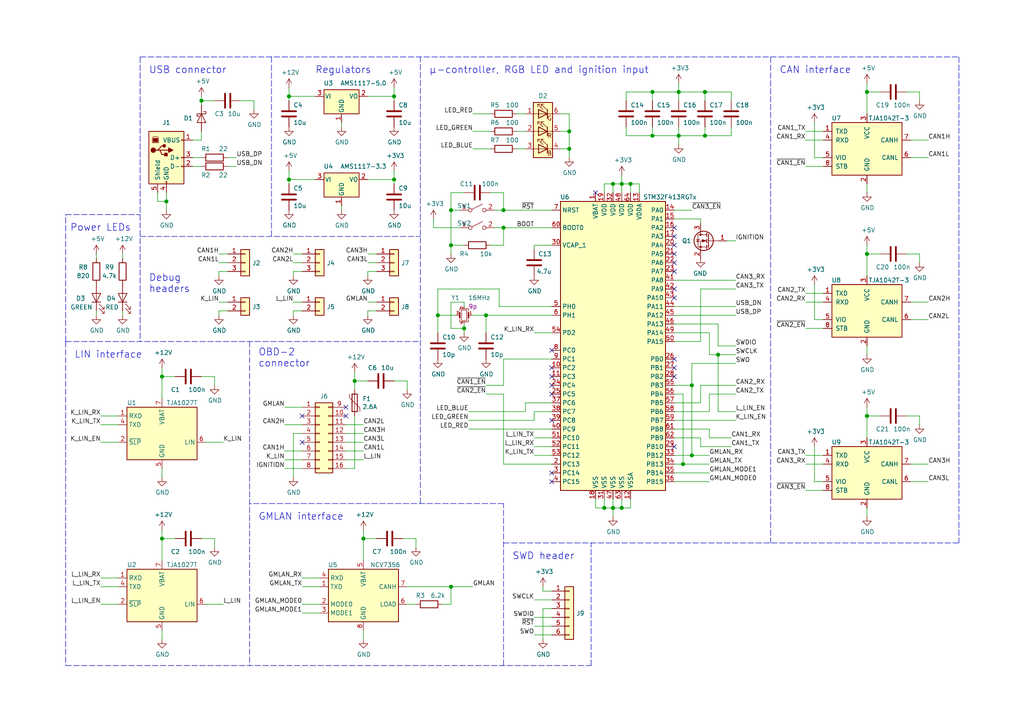
<source format=kicad_sch>
(kicad_sch (version 20210406) (generator eeschema)
  (paper "A4")
  (junction (at 46.99 109.22) (diameter 1.016))
  (junction (at 46.99 156.21) (diameter 1.016))
  (junction (at 48.26 58.42) (diameter 1.016))
  (junction (at 58.42 29.21) (diameter 1.016))
  (junction (at 83.82 27.94) (diameter 1.016))
  (junction (at 83.82 52.07) (diameter 1.016))
  (junction (at 102.87 110.49) (diameter 1.016))
  (junction (at 105.41 156.21) (diameter 1.016))
  (junction (at 114.3 27.94) (diameter 1.016))
  (junction (at 114.3 52.07) (diameter 1.016))
  (junction (at 127 91.44) (diameter 1.016))
  (junction (at 130.81 60.96) (diameter 1.016))
  (junction (at 130.81 71.12) (diameter 1.016))
  (junction (at 130.81 170.18) (diameter 1.016))
  (junction (at 134.62 95.25) (diameter 1.016))
  (junction (at 140.97 91.44) (diameter 1.016))
  (junction (at 146.05 60.96) (diameter 1.016))
  (junction (at 146.05 66.04) (diameter 1.016))
  (junction (at 165.1 38.1) (diameter 1.016))
  (junction (at 165.1 43.18) (diameter 1.016))
  (junction (at 175.26 147.32) (diameter 1.016))
  (junction (at 177.8 53.34) (diameter 1.016))
  (junction (at 177.8 147.32) (diameter 1.016))
  (junction (at 180.34 53.34) (diameter 1.016))
  (junction (at 180.34 147.32) (diameter 1.016))
  (junction (at 182.88 53.34) (diameter 1.016))
  (junction (at 189.23 26.67) (diameter 1.016))
  (junction (at 189.23 39.37) (diameter 1.016))
  (junction (at 196.85 26.67) (diameter 1.016))
  (junction (at 196.85 39.37) (diameter 1.016))
  (junction (at 198.12 134.62) (diameter 1.016))
  (junction (at 200.66 111.76) (diameter 1.016))
  (junction (at 200.66 132.08) (diameter 1.016))
  (junction (at 204.47 26.67) (diameter 1.016))
  (junction (at 204.47 39.37) (diameter 1.016))
  (junction (at 208.28 102.87) (diameter 1.016))
  (junction (at 251.46 26.67) (diameter 1.016))
  (junction (at 251.46 73.66) (diameter 1.016))
  (junction (at 251.46 120.65) (diameter 1.016))
  (no_connect (at 87.63 120.65))
  (no_connect (at 87.63 128.27))
  (no_connect (at 100.33 118.11))
  (no_connect (at 100.33 120.65))
  (no_connect (at 160.02 101.6))
  (no_connect (at 160.02 106.68))
  (no_connect (at 160.02 109.22))
  (no_connect (at 160.02 111.76))
  (no_connect (at 160.02 114.3))
  (no_connect (at 160.02 121.92))
  (no_connect (at 160.02 137.16))
  (no_connect (at 160.02 139.7))
  (no_connect (at 172.72 55.88))
  (no_connect (at 195.58 66.04))
  (no_connect (at 195.58 68.58))
  (no_connect (at 195.58 71.12))
  (no_connect (at 195.58 73.66))
  (no_connect (at 195.58 76.2))
  (no_connect (at 195.58 78.74))
  (no_connect (at 195.58 83.82))
  (no_connect (at 195.58 86.36))
  (no_connect (at 195.58 104.14))
  (no_connect (at 195.58 106.68))
  (no_connect (at 195.58 109.22))
  (no_connect (at 195.58 129.54))
  (wire (pts (xy 27.94 73.66) (xy 27.94 74.93)))
  (wire (pts (xy 27.94 90.17) (xy 27.94 91.44)))
  (wire (pts (xy 34.29 120.65) (xy 29.21 120.65)))
  (wire (pts (xy 34.29 123.19) (xy 29.21 123.19)))
  (wire (pts (xy 34.29 128.27) (xy 29.21 128.27)))
  (wire (pts (xy 34.29 167.64) (xy 29.21 167.64)))
  (wire (pts (xy 34.29 170.18) (xy 29.21 170.18)))
  (wire (pts (xy 34.29 175.26) (xy 29.21 175.26)))
  (wire (pts (xy 35.56 73.66) (xy 35.56 74.93)))
  (wire (pts (xy 35.56 90.17) (xy 35.56 91.44)))
  (wire (pts (xy 45.72 55.88) (xy 45.72 58.42)))
  (wire (pts (xy 45.72 58.42) (xy 48.26 58.42)))
  (wire (pts (xy 46.99 106.68) (xy 46.99 109.22)))
  (wire (pts (xy 46.99 109.22) (xy 46.99 115.57)))
  (wire (pts (xy 46.99 109.22) (xy 50.8 109.22)))
  (wire (pts (xy 46.99 138.43) (xy 46.99 135.89)))
  (wire (pts (xy 46.99 153.67) (xy 46.99 156.21)))
  (wire (pts (xy 46.99 156.21) (xy 46.99 162.56)))
  (wire (pts (xy 46.99 156.21) (xy 50.8 156.21)))
  (wire (pts (xy 46.99 185.42) (xy 46.99 182.88)))
  (wire (pts (xy 48.26 58.42) (xy 48.26 55.88)))
  (wire (pts (xy 48.26 58.42) (xy 48.26 60.96)))
  (wire (pts (xy 55.88 40.64) (xy 58.42 40.64)))
  (wire (pts (xy 55.88 45.72) (xy 58.42 45.72)))
  (wire (pts (xy 58.42 27.94) (xy 58.42 29.21)))
  (wire (pts (xy 58.42 29.21) (xy 58.42 30.48)))
  (wire (pts (xy 58.42 38.1) (xy 58.42 40.64)))
  (wire (pts (xy 58.42 48.26) (xy 55.88 48.26)))
  (wire (pts (xy 58.42 109.22) (xy 62.23 109.22)))
  (wire (pts (xy 58.42 156.21) (xy 62.23 156.21)))
  (wire (pts (xy 59.69 128.27) (xy 64.77 128.27)))
  (wire (pts (xy 59.69 175.26) (xy 64.77 175.26)))
  (wire (pts (xy 62.23 29.21) (xy 58.42 29.21)))
  (wire (pts (xy 62.23 109.22) (xy 62.23 111.76)))
  (wire (pts (xy 62.23 156.21) (xy 62.23 158.75)))
  (wire (pts (xy 63.5 76.2) (xy 66.04 76.2)))
  (wire (pts (xy 63.5 78.74) (xy 63.5 80.01)))
  (wire (pts (xy 63.5 90.17) (xy 63.5 91.44)))
  (wire (pts (xy 66.04 48.26) (xy 68.58 48.26)))
  (wire (pts (xy 66.04 73.66) (xy 63.5 73.66)))
  (wire (pts (xy 66.04 78.74) (xy 63.5 78.74)))
  (wire (pts (xy 66.04 87.63) (xy 63.5 87.63)))
  (wire (pts (xy 66.04 90.17) (xy 63.5 90.17)))
  (wire (pts (xy 68.58 45.72) (xy 66.04 45.72)))
  (wire (pts (xy 69.85 29.21) (xy 73.66 29.21)))
  (wire (pts (xy 73.66 29.21) (xy 73.66 31.75)))
  (wire (pts (xy 82.55 118.11) (xy 87.63 118.11)))
  (wire (pts (xy 82.55 123.19) (xy 87.63 123.19)))
  (wire (pts (xy 82.55 130.81) (xy 87.63 130.81)))
  (wire (pts (xy 82.55 133.35) (xy 87.63 133.35)))
  (wire (pts (xy 82.55 135.89) (xy 87.63 135.89)))
  (wire (pts (xy 83.82 27.94) (xy 83.82 25.4)))
  (wire (pts (xy 83.82 29.21) (xy 83.82 27.94)))
  (wire (pts (xy 83.82 49.53) (xy 83.82 52.07)))
  (wire (pts (xy 83.82 52.07) (xy 83.82 53.34)))
  (wire (pts (xy 85.09 76.2) (xy 87.63 76.2)))
  (wire (pts (xy 85.09 78.74) (xy 85.09 80.01)))
  (wire (pts (xy 85.09 90.17) (xy 85.09 91.44)))
  (wire (pts (xy 85.09 125.73) (xy 85.09 138.43)))
  (wire (pts (xy 87.63 73.66) (xy 85.09 73.66)))
  (wire (pts (xy 87.63 78.74) (xy 85.09 78.74)))
  (wire (pts (xy 87.63 87.63) (xy 85.09 87.63)))
  (wire (pts (xy 87.63 90.17) (xy 85.09 90.17)))
  (wire (pts (xy 87.63 125.73) (xy 85.09 125.73)))
  (wire (pts (xy 87.63 167.64) (xy 92.71 167.64)))
  (wire (pts (xy 87.63 175.26) (xy 92.71 175.26)))
  (wire (pts (xy 87.63 177.8) (xy 92.71 177.8)))
  (wire (pts (xy 91.44 27.94) (xy 83.82 27.94)))
  (wire (pts (xy 91.44 52.07) (xy 83.82 52.07)))
  (wire (pts (xy 92.71 170.18) (xy 87.63 170.18)))
  (wire (pts (xy 99.06 36.83) (xy 99.06 35.56)))
  (wire (pts (xy 99.06 60.96) (xy 99.06 59.69)))
  (wire (pts (xy 100.33 123.19) (xy 105.41 123.19)))
  (wire (pts (xy 100.33 125.73) (xy 105.41 125.73)))
  (wire (pts (xy 100.33 128.27) (xy 105.41 128.27)))
  (wire (pts (xy 100.33 130.81) (xy 105.41 130.81)))
  (wire (pts (xy 100.33 133.35) (xy 105.41 133.35)))
  (wire (pts (xy 102.87 107.95) (xy 102.87 110.49)))
  (wire (pts (xy 102.87 110.49) (xy 102.87 113.03)))
  (wire (pts (xy 102.87 120.65) (xy 102.87 135.89)))
  (wire (pts (xy 102.87 135.89) (xy 100.33 135.89)))
  (wire (pts (xy 105.41 153.67) (xy 105.41 156.21)))
  (wire (pts (xy 105.41 156.21) (xy 105.41 162.56)))
  (wire (pts (xy 105.41 156.21) (xy 109.22 156.21)))
  (wire (pts (xy 105.41 185.42) (xy 105.41 182.88)))
  (wire (pts (xy 106.68 27.94) (xy 114.3 27.94)))
  (wire (pts (xy 106.68 52.07) (xy 114.3 52.07)))
  (wire (pts (xy 106.68 76.2) (xy 109.22 76.2)))
  (wire (pts (xy 106.68 78.74) (xy 106.68 80.01)))
  (wire (pts (xy 106.68 90.17) (xy 106.68 91.44)))
  (wire (pts (xy 106.68 110.49) (xy 102.87 110.49)))
  (wire (pts (xy 109.22 73.66) (xy 106.68 73.66)))
  (wire (pts (xy 109.22 78.74) (xy 106.68 78.74)))
  (wire (pts (xy 109.22 87.63) (xy 106.68 87.63)))
  (wire (pts (xy 109.22 90.17) (xy 106.68 90.17)))
  (wire (pts (xy 114.3 27.94) (xy 114.3 25.4)))
  (wire (pts (xy 114.3 29.21) (xy 114.3 27.94)))
  (wire (pts (xy 114.3 52.07) (xy 114.3 49.53)))
  (wire (pts (xy 114.3 53.34) (xy 114.3 52.07)))
  (wire (pts (xy 114.3 110.49) (xy 118.11 110.49)))
  (wire (pts (xy 116.84 156.21) (xy 120.65 156.21)))
  (wire (pts (xy 118.11 110.49) (xy 118.11 113.03)))
  (wire (pts (xy 120.65 156.21) (xy 120.65 158.75)))
  (wire (pts (xy 120.65 175.26) (xy 118.11 175.26)))
  (wire (pts (xy 125.73 66.04) (xy 125.73 63.5)))
  (wire (pts (xy 125.73 66.04) (xy 133.35 66.04)))
  (wire (pts (xy 127 83.82) (xy 127 91.44)))
  (wire (pts (xy 127 83.82) (xy 144.78 83.82)))
  (wire (pts (xy 127 91.44) (xy 127 96.52)))
  (wire (pts (xy 127 91.44) (xy 132.08 91.44)))
  (wire (pts (xy 128.27 175.26) (xy 130.81 175.26)))
  (wire (pts (xy 130.81 55.88) (xy 130.81 60.96)))
  (wire (pts (xy 130.81 55.88) (xy 134.62 55.88)))
  (wire (pts (xy 130.81 60.96) (xy 130.81 71.12)))
  (wire (pts (xy 130.81 71.12) (xy 130.81 73.66)))
  (wire (pts (xy 130.81 71.12) (xy 134.62 71.12)))
  (wire (pts (xy 130.81 87.63) (xy 130.81 95.25)))
  (wire (pts (xy 130.81 95.25) (xy 134.62 95.25)))
  (wire (pts (xy 130.81 170.18) (xy 118.11 170.18)))
  (wire (pts (xy 130.81 170.18) (xy 137.16 170.18)))
  (wire (pts (xy 130.81 175.26) (xy 130.81 170.18)))
  (wire (pts (xy 133.35 60.96) (xy 130.81 60.96)))
  (wire (pts (xy 134.62 87.63) (xy 130.81 87.63)))
  (wire (pts (xy 134.62 88.9) (xy 134.62 87.63)))
  (wire (pts (xy 134.62 93.98) (xy 134.62 95.25)))
  (wire (pts (xy 134.62 95.25) (xy 134.62 96.52)))
  (wire (pts (xy 135.89 119.38) (xy 152.4 119.38)))
  (wire (pts (xy 135.89 121.92) (xy 154.94 121.92)))
  (wire (pts (xy 135.89 124.46) (xy 160.02 124.46)))
  (wire (pts (xy 137.16 91.44) (xy 140.97 91.44)))
  (wire (pts (xy 140.97 91.44) (xy 160.02 91.44)))
  (wire (pts (xy 140.97 96.52) (xy 140.97 91.44)))
  (wire (pts (xy 140.97 111.76) (xy 146.05 111.76)))
  (wire (pts (xy 142.24 33.02) (xy 137.16 33.02)))
  (wire (pts (xy 142.24 38.1) (xy 137.16 38.1)))
  (wire (pts (xy 142.24 43.18) (xy 137.16 43.18)))
  (wire (pts (xy 142.24 55.88) (xy 146.05 55.88)))
  (wire (pts (xy 142.24 71.12) (xy 146.05 71.12)))
  (wire (pts (xy 143.51 60.96) (xy 146.05 60.96)))
  (wire (pts (xy 143.51 66.04) (xy 146.05 66.04)))
  (wire (pts (xy 144.78 88.9) (xy 144.78 83.82)))
  (wire (pts (xy 146.05 55.88) (xy 146.05 60.96)))
  (wire (pts (xy 146.05 60.96) (xy 160.02 60.96)))
  (wire (pts (xy 146.05 66.04) (xy 160.02 66.04)))
  (wire (pts (xy 146.05 71.12) (xy 146.05 66.04)))
  (wire (pts (xy 146.05 104.14) (xy 160.02 104.14)))
  (wire (pts (xy 146.05 111.76) (xy 146.05 104.14)))
  (wire (pts (xy 146.05 114.3) (xy 140.97 114.3)))
  (wire (pts (xy 146.05 134.62) (xy 146.05 114.3)))
  (wire (pts (xy 146.05 134.62) (xy 160.02 134.62)))
  (wire (pts (xy 149.86 33.02) (xy 152.4 33.02)))
  (wire (pts (xy 149.86 43.18) (xy 152.4 43.18)))
  (wire (pts (xy 152.4 38.1) (xy 149.86 38.1)))
  (wire (pts (xy 152.4 116.84) (xy 152.4 119.38)))
  (wire (pts (xy 152.4 116.84) (xy 160.02 116.84)))
  (wire (pts (xy 154.94 71.12) (xy 160.02 71.12)))
  (wire (pts (xy 154.94 72.39) (xy 154.94 71.12)))
  (wire (pts (xy 154.94 119.38) (xy 154.94 121.92)))
  (wire (pts (xy 154.94 119.38) (xy 160.02 119.38)))
  (wire (pts (xy 154.94 127) (xy 160.02 127)))
  (wire (pts (xy 154.94 132.08) (xy 160.02 132.08)))
  (wire (pts (xy 157.48 171.45) (xy 157.48 170.18)))
  (wire (pts (xy 157.48 171.45) (xy 160.02 171.45)))
  (wire (pts (xy 157.48 176.53) (xy 157.48 185.42)))
  (wire (pts (xy 160.02 88.9) (xy 144.78 88.9)))
  (wire (pts (xy 160.02 96.52) (xy 154.94 96.52)))
  (wire (pts (xy 160.02 129.54) (xy 154.94 129.54)))
  (wire (pts (xy 160.02 173.99) (xy 154.94 173.99)))
  (wire (pts (xy 160.02 176.53) (xy 157.48 176.53)))
  (wire (pts (xy 160.02 179.07) (xy 154.94 179.07)))
  (wire (pts (xy 160.02 181.61) (xy 154.94 181.61)))
  (wire (pts (xy 160.02 184.15) (xy 154.94 184.15)))
  (wire (pts (xy 162.56 33.02) (xy 165.1 33.02)))
  (wire (pts (xy 162.56 38.1) (xy 165.1 38.1)))
  (wire (pts (xy 162.56 43.18) (xy 165.1 43.18)))
  (wire (pts (xy 165.1 33.02) (xy 165.1 38.1)))
  (wire (pts (xy 165.1 38.1) (xy 165.1 43.18)))
  (wire (pts (xy 165.1 43.18) (xy 165.1 45.72)))
  (wire (pts (xy 172.72 144.78) (xy 172.72 147.32)))
  (wire (pts (xy 172.72 147.32) (xy 175.26 147.32)))
  (wire (pts (xy 175.26 53.34) (xy 177.8 53.34)))
  (wire (pts (xy 175.26 55.88) (xy 175.26 53.34)))
  (wire (pts (xy 175.26 144.78) (xy 175.26 147.32)))
  (wire (pts (xy 175.26 147.32) (xy 177.8 147.32)))
  (wire (pts (xy 177.8 53.34) (xy 180.34 53.34)))
  (wire (pts (xy 177.8 55.88) (xy 177.8 53.34)))
  (wire (pts (xy 177.8 147.32) (xy 177.8 144.78)))
  (wire (pts (xy 177.8 147.32) (xy 177.8 149.86)))
  (wire (pts (xy 177.8 147.32) (xy 180.34 147.32)))
  (wire (pts (xy 180.34 53.34) (xy 180.34 50.8)))
  (wire (pts (xy 180.34 53.34) (xy 182.88 53.34)))
  (wire (pts (xy 180.34 55.88) (xy 180.34 53.34)))
  (wire (pts (xy 180.34 144.78) (xy 180.34 147.32)))
  (wire (pts (xy 180.34 147.32) (xy 182.88 147.32)))
  (wire (pts (xy 181.61 26.67) (xy 189.23 26.67)))
  (wire (pts (xy 181.61 29.21) (xy 181.61 26.67)))
  (wire (pts (xy 181.61 36.83) (xy 181.61 39.37)))
  (wire (pts (xy 181.61 39.37) (xy 189.23 39.37)))
  (wire (pts (xy 182.88 53.34) (xy 185.42 53.34)))
  (wire (pts (xy 182.88 55.88) (xy 182.88 53.34)))
  (wire (pts (xy 182.88 144.78) (xy 182.88 147.32)))
  (wire (pts (xy 185.42 53.34) (xy 185.42 55.88)))
  (wire (pts (xy 189.23 26.67) (xy 196.85 26.67)))
  (wire (pts (xy 189.23 29.21) (xy 189.23 26.67)))
  (wire (pts (xy 189.23 36.83) (xy 189.23 39.37)))
  (wire (pts (xy 189.23 39.37) (xy 196.85 39.37)))
  (wire (pts (xy 195.58 60.96) (xy 200.66 60.96)))
  (wire (pts (xy 195.58 63.5) (xy 203.2 63.5)))
  (wire (pts (xy 195.58 81.28) (xy 213.36 81.28)))
  (wire (pts (xy 195.58 88.9) (xy 213.36 88.9)))
  (wire (pts (xy 195.58 91.44) (xy 213.36 91.44)))
  (wire (pts (xy 195.58 93.98) (xy 208.28 93.98)))
  (wire (pts (xy 195.58 96.52) (xy 205.74 96.52)))
  (wire (pts (xy 195.58 99.06) (xy 203.2 99.06)))
  (wire (pts (xy 195.58 111.76) (xy 200.66 111.76)))
  (wire (pts (xy 195.58 114.3) (xy 198.12 114.3)))
  (wire (pts (xy 195.58 116.84) (xy 203.2 116.84)))
  (wire (pts (xy 195.58 119.38) (xy 205.74 119.38)))
  (wire (pts (xy 195.58 121.92) (xy 213.36 121.92)))
  (wire (pts (xy 195.58 124.46) (xy 205.74 124.46)))
  (wire (pts (xy 195.58 127) (xy 203.2 127)))
  (wire (pts (xy 195.58 132.08) (xy 200.66 132.08)))
  (wire (pts (xy 195.58 134.62) (xy 198.12 134.62)))
  (wire (pts (xy 195.58 137.16) (xy 205.74 137.16)))
  (wire (pts (xy 195.58 139.7) (xy 205.74 139.7)))
  (wire (pts (xy 196.85 26.67) (xy 196.85 24.13)))
  (wire (pts (xy 196.85 26.67) (xy 204.47 26.67)))
  (wire (pts (xy 196.85 29.21) (xy 196.85 26.67)))
  (wire (pts (xy 196.85 36.83) (xy 196.85 39.37)))
  (wire (pts (xy 196.85 39.37) (xy 196.85 41.91)))
  (wire (pts (xy 196.85 39.37) (xy 204.47 39.37)))
  (wire (pts (xy 198.12 114.3) (xy 198.12 134.62)))
  (wire (pts (xy 198.12 134.62) (xy 205.74 134.62)))
  (wire (pts (xy 200.66 105.41) (xy 213.36 105.41)))
  (wire (pts (xy 200.66 111.76) (xy 200.66 105.41)))
  (wire (pts (xy 200.66 111.76) (xy 200.66 132.08)))
  (wire (pts (xy 200.66 132.08) (xy 205.74 132.08)))
  (wire (pts (xy 203.2 63.5) (xy 203.2 64.77)))
  (wire (pts (xy 203.2 83.82) (xy 213.36 83.82)))
  (wire (pts (xy 203.2 99.06) (xy 203.2 83.82)))
  (wire (pts (xy 203.2 111.76) (xy 203.2 116.84)))
  (wire (pts (xy 203.2 111.76) (xy 213.36 111.76)))
  (wire (pts (xy 203.2 127) (xy 203.2 129.54)))
  (wire (pts (xy 203.2 129.54) (xy 212.09 129.54)))
  (wire (pts (xy 204.47 26.67) (xy 212.09 26.67)))
  (wire (pts (xy 204.47 29.21) (xy 204.47 26.67)))
  (wire (pts (xy 204.47 36.83) (xy 204.47 39.37)))
  (wire (pts (xy 204.47 39.37) (xy 212.09 39.37)))
  (wire (pts (xy 205.74 96.52) (xy 205.74 102.87)))
  (wire (pts (xy 205.74 102.87) (xy 208.28 102.87)))
  (wire (pts (xy 205.74 114.3) (xy 205.74 119.38)))
  (wire (pts (xy 205.74 114.3) (xy 213.36 114.3)))
  (wire (pts (xy 205.74 124.46) (xy 205.74 127)))
  (wire (pts (xy 205.74 127) (xy 212.09 127)))
  (wire (pts (xy 208.28 100.33) (xy 208.28 93.98)))
  (wire (pts (xy 208.28 102.87) (xy 213.36 102.87)))
  (wire (pts (xy 208.28 119.38) (xy 208.28 102.87)))
  (wire (pts (xy 208.28 119.38) (xy 213.36 119.38)))
  (wire (pts (xy 210.82 69.85) (xy 213.36 69.85)))
  (wire (pts (xy 212.09 26.67) (xy 212.09 29.21)))
  (wire (pts (xy 212.09 39.37) (xy 212.09 36.83)))
  (wire (pts (xy 213.36 100.33) (xy 208.28 100.33)))
  (wire (pts (xy 236.22 35.56) (xy 236.22 45.72)))
  (wire (pts (xy 236.22 45.72) (xy 238.76 45.72)))
  (wire (pts (xy 236.22 82.55) (xy 236.22 92.71)))
  (wire (pts (xy 236.22 92.71) (xy 238.76 92.71)))
  (wire (pts (xy 236.22 129.54) (xy 236.22 139.7)))
  (wire (pts (xy 236.22 139.7) (xy 238.76 139.7)))
  (wire (pts (xy 238.76 38.1) (xy 233.68 38.1)))
  (wire (pts (xy 238.76 40.64) (xy 233.68 40.64)))
  (wire (pts (xy 238.76 48.26) (xy 233.68 48.26)))
  (wire (pts (xy 238.76 85.09) (xy 233.68 85.09)))
  (wire (pts (xy 238.76 87.63) (xy 233.68 87.63)))
  (wire (pts (xy 238.76 95.25) (xy 233.68 95.25)))
  (wire (pts (xy 238.76 132.08) (xy 233.68 132.08)))
  (wire (pts (xy 238.76 134.62) (xy 233.68 134.62)))
  (wire (pts (xy 238.76 142.24) (xy 233.68 142.24)))
  (wire (pts (xy 251.46 24.13) (xy 251.46 26.67)))
  (wire (pts (xy 251.46 26.67) (xy 251.46 33.02)))
  (wire (pts (xy 251.46 26.67) (xy 255.27 26.67)))
  (wire (pts (xy 251.46 55.88) (xy 251.46 53.34)))
  (wire (pts (xy 251.46 71.12) (xy 251.46 73.66)))
  (wire (pts (xy 251.46 73.66) (xy 251.46 80.01)))
  (wire (pts (xy 251.46 73.66) (xy 255.27 73.66)))
  (wire (pts (xy 251.46 102.87) (xy 251.46 100.33)))
  (wire (pts (xy 251.46 118.11) (xy 251.46 120.65)))
  (wire (pts (xy 251.46 120.65) (xy 251.46 127)))
  (wire (pts (xy 251.46 120.65) (xy 255.27 120.65)))
  (wire (pts (xy 251.46 149.86) (xy 251.46 147.32)))
  (wire (pts (xy 262.89 26.67) (xy 266.7 26.67)))
  (wire (pts (xy 262.89 73.66) (xy 266.7 73.66)))
  (wire (pts (xy 262.89 120.65) (xy 266.7 120.65)))
  (wire (pts (xy 264.16 40.64) (xy 269.24 40.64)))
  (wire (pts (xy 264.16 45.72) (xy 269.24 45.72)))
  (wire (pts (xy 264.16 87.63) (xy 269.24 87.63)))
  (wire (pts (xy 264.16 92.71) (xy 269.24 92.71)))
  (wire (pts (xy 264.16 134.62) (xy 269.24 134.62)))
  (wire (pts (xy 264.16 139.7) (xy 269.24 139.7)))
  (wire (pts (xy 266.7 26.67) (xy 266.7 29.21)))
  (wire (pts (xy 266.7 73.66) (xy 266.7 76.2)))
  (wire (pts (xy 266.7 120.65) (xy 266.7 123.19)))
  (polyline (pts (xy 19.05 62.23) (xy 40.64 62.23)) (stroke (width 0) (type dash)))
  (polyline (pts (xy 19.05 99.06) (xy 19.05 62.23)) (stroke (width 0) (type dash)))
  (polyline (pts (xy 19.05 99.06) (xy 19.05 193.04)) (stroke (width 0) (type dash)))
  (polyline (pts (xy 19.05 99.06) (xy 121.92 99.06)) (stroke (width 0) (type dash)))
  (polyline (pts (xy 19.05 193.04) (xy 171.45 193.04)) (stroke (width 0) (type dash)))
  (polyline (pts (xy 40.64 16.51) (xy 40.64 99.06)) (stroke (width 0) (type dash)))
  (polyline (pts (xy 40.64 16.51) (xy 278.13 16.51)) (stroke (width 0) (type dash)))
  (polyline (pts (xy 40.64 68.58) (xy 121.92 68.58)) (stroke (width 0) (type dash)))
  (polyline (pts (xy 72.39 99.06) (xy 72.39 193.04)) (stroke (width 0) (type dash)))
  (polyline (pts (xy 78.74 16.51) (xy 78.74 68.58)) (stroke (width 0) (type dash)))
  (polyline (pts (xy 121.92 146.05) (xy 121.92 16.51)) (stroke (width 0) (type dash)))
  (polyline (pts (xy 146.05 146.05) (xy 72.39 146.05)) (stroke (width 0) (type dash)))
  (polyline (pts (xy 146.05 157.48) (xy 278.13 157.48)) (stroke (width 0) (type dash)))
  (polyline (pts (xy 146.05 193.04) (xy 146.05 146.05)) (stroke (width 0) (type dash)))
  (polyline (pts (xy 171.45 193.04) (xy 171.45 157.48)) (stroke (width 0) (type dash)))
  (polyline (pts (xy 223.52 16.51) (xy 223.52 157.48)) (stroke (width 0) (type dash)))
  (polyline (pts (xy 278.13 16.51) (xy 278.13 157.48)) (stroke (width 0) (type dash)))
  (text "Power LEDs" (at 20.32 67.31 0) (effects (font (size 2.0066 2.0066)) (justify left bottom)))
  (text "LIN interface" (at 21.59 104.14 0) (effects (font (size 2.0066 2.0066)) (justify left bottom)))
  (text "USB connector" (at 43.18 21.59 0) (effects (font (size 2.0066 2.0066)) (justify left bottom)))
  (text "Debug\nheaders" (at 43.18 85.09 0) (effects (font (size 2.0066 2.0066)) (justify left bottom)))
  (text "OBD-2\nconnector" (at 74.93 106.68 0) (effects (font (size 2.0066 2.0066)) (justify left bottom)))
  (text "GMLAN interface" (at 74.93 151.13 0) (effects (font (size 2.0066 2.0066)) (justify left bottom)))
  (text "Regulators" (at 91.44 21.59 0) (effects (font (size 2.0066 2.0066)) (justify left bottom)))
  (text "µ-controller, RGB LED and ignition input" (at 124.46 21.59 0) (effects (font (size 2.0066 2.0066)) (justify left bottom)))
  (text "SWD header" (at 148.59 162.56 0) (effects (font (size 2.0066 2.0066)) (justify left bottom)))
  (text "CAN interface" (at 226.06 21.59 0) (effects (font (size 2.0066 2.0066)) (justify left bottom)))
  (label "K_LIN_RX" (at 29.21 120.65 180))
  (label "K_LIN_TX" (at 29.21 123.19 180))
  (label "K_LIN_EN" (at 29.21 128.27 180))
  (label "L_LIN_RX" (at 29.21 167.64 180))
  (label "L_LIN_TX" (at 29.21 170.18 180))
  (label "L_LIN_EN" (at 29.21 175.26 180))
  (label "CAN1H" (at 63.5 73.66 180))
  (label "CAN1L" (at 63.5 76.2 180))
  (label "K_LIN" (at 63.5 87.63 180))
  (label "K_LIN" (at 64.77 128.27 0))
  (label "L_LIN" (at 64.77 175.26 0))
  (label "USB_DP" (at 68.58 45.72 0))
  (label "USB_DN" (at 68.58 48.26 0))
  (label "GMLAN" (at 82.55 118.11 180))
  (label "CAN2H" (at 82.55 123.19 180))
  (label "CAN1H" (at 82.55 130.81 180))
  (label "K_LIN" (at 82.55 133.35 180))
  (label "IGNITION" (at 82.55 135.89 180))
  (label "CAN2H" (at 85.09 73.66 180))
  (label "CAN2L" (at 85.09 76.2 180))
  (label "L_LIN" (at 85.09 87.63 180))
  (label "GMLAN_RX" (at 87.63 167.64 180))
  (label "GMLAN_TX" (at 87.63 170.18 180))
  (label "GMLAN_MODE0" (at 87.63 175.26 180))
  (label "GMLAN_MODE1" (at 87.63 177.8 180))
  (label "CAN2L" (at 105.41 123.19 0))
  (label "CAN3H" (at 105.41 125.73 0))
  (label "CAN3L" (at 105.41 128.27 0))
  (label "CAN1L" (at 105.41 130.81 0))
  (label "L_LIN" (at 105.41 133.35 0))
  (label "CAN3H" (at 106.68 73.66 180))
  (label "CAN3L" (at 106.68 76.2 180))
  (label "GMLAN" (at 106.68 87.63 180))
  (label "LED_BLUE" (at 135.89 119.38 180))
  (label "LED_GREEN" (at 135.89 121.92 180))
  (label "LED_RED" (at 135.89 124.46 180))
  (label "LED_RED" (at 137.16 33.02 180))
  (label "LED_GREEN" (at 137.16 38.1 180))
  (label "LED_BLUE" (at 137.16 43.18 180))
  (label "GMLAN" (at 137.16 170.18 0))
  (label "~CAN1_EN~" (at 140.97 111.76 180))
  (label "~CAN2_EN~" (at 140.97 114.3 180))
  (label "~RST~" (at 154.94 60.96 180))
  (label "BOOT" (at 154.94 66.04 180))
  (label "K_LIN_RX" (at 154.94 96.52 180))
  (label "L_LIN_TX" (at 154.94 127 180))
  (label "L_LIN_RX" (at 154.94 129.54 180))
  (label "K_LIN_TX" (at 154.94 132.08 180))
  (label "SWCLK" (at 154.94 173.99 180))
  (label "SWDIO" (at 154.94 179.07 180))
  (label "~RST~" (at 154.94 181.61 180))
  (label "SWO" (at 154.94 184.15 180))
  (label "~CAN3_EN~" (at 200.66 60.96 0))
  (label "GMLAN_RX" (at 205.74 132.08 0))
  (label "GMLAN_TX" (at 205.74 134.62 0))
  (label "GMLAN_MODE1" (at 205.74 137.16 0))
  (label "GMLAN_MODE0" (at 205.74 139.7 0))
  (label "CAN1_RX" (at 212.09 127 0))
  (label "CAN1_TX" (at 212.09 129.54 0))
  (label "IGNITION" (at 213.36 69.85 0))
  (label "CAN3_RX" (at 213.36 81.28 0))
  (label "CAN3_TX" (at 213.36 83.82 0))
  (label "USB_DN" (at 213.36 88.9 0))
  (label "USB_DP" (at 213.36 91.44 0))
  (label "SWDIO" (at 213.36 100.33 0))
  (label "SWCLK" (at 213.36 102.87 0))
  (label "SWO" (at 213.36 105.41 0))
  (label "CAN2_RX" (at 213.36 111.76 0))
  (label "CAN2_TX" (at 213.36 114.3 0))
  (label "L_LIN_EN" (at 213.36 119.38 0))
  (label "K_LIN_EN" (at 213.36 121.92 0))
  (label "CAN1_TX" (at 233.68 38.1 180))
  (label "CAN1_RX" (at 233.68 40.64 180))
  (label "~CAN1_EN~" (at 233.68 48.26 180))
  (label "CAN2_TX" (at 233.68 85.09 180))
  (label "CAN2_RX" (at 233.68 87.63 180))
  (label "~CAN2_EN~" (at 233.68 95.25 180))
  (label "CAN3_TX" (at 233.68 132.08 180))
  (label "CAN3_RX" (at 233.68 134.62 180))
  (label "~CAN3_EN~" (at 233.68 142.24 180))
  (label "CAN1H" (at 269.24 40.64 0))
  (label "CAN1L" (at 269.24 45.72 0))
  (label "CAN2H" (at 269.24 87.63 0))
  (label "CAN2L" (at 269.24 92.71 0))
  (label "CAN3H" (at 269.24 134.62 0))
  (label "CAN3L" (at 269.24 139.7 0))
  (symbol (lib_id "power:+5V") (at 27.94 73.66 0) (unit 1)
    (property "Reference" "#PWR058" (effects hide))
    (property "Value" "+5V" (at 28.321 69.2658 0))
  )
  (symbol (lib_id "power:+12V") (at 35.56 73.66 0) (unit 1)
    (property "Reference" "#PWR059" (effects hide))
    (property "Value" "+12V" (at 35.941 69.2658 0))
  )
  (symbol (lib_id "power:+12V") (at 46.99 106.68 0) (unit 1)
    (property "Reference" "#PWR01" (effects hide))
    (property "Value" "+12V" (at 47.371 102.2858 0))
  )
  (symbol (lib_id "power:+12V") (at 46.99 153.67 0) (unit 1)
    (property "Reference" "#PWR03" (effects hide))
    (property "Value" "+12V" (at 47.371 149.2758 0))
  )
  (symbol (lib_id "power:+5V") (at 58.42 27.94 0) (unit 1)
    (property "Reference" "#PWR06" (effects hide))
    (property "Value" "+5V" (at 58.801 23.5458 0))
  )
  (symbol (lib_id "power:+12V") (at 83.82 25.4 0) (unit 1)
    (property "Reference" "#PWR012" (effects hide))
    (property "Value" "+12V" (at 84.201 21.0058 0))
  )
  (symbol (lib_id "power:+5V") (at 83.82 49.53 0) (unit 1)
    (property "Reference" "#PWR014" (effects hide))
    (property "Value" "+5V" (at 84.201 45.1358 0))
  )
  (symbol (lib_id "power:+12V") (at 102.87 107.95 0) (unit 1)
    (property "Reference" "#PWR021" (effects hide))
    (property "Value" "+12V" (at 103.251 103.5558 0))
  )
  (symbol (lib_id "power:+12V") (at 105.41 153.67 0) (unit 1)
    (property "Reference" "#PWR022" (effects hide))
    (property "Value" "+12V" (at 105.791 149.2758 0))
  )
  (symbol (lib_id "power:+5V") (at 114.3 25.4 0) (unit 1)
    (property "Reference" "#PWR026" (effects hide))
    (property "Value" "+5V" (at 114.681 21.0058 0))
  )
  (symbol (lib_id "power:+3.3V") (at 114.3 49.53 0) (unit 1)
    (property "Reference" "#PWR028" (effects hide))
    (property "Value" "+3.3V" (at 114.681 45.1358 0))
  )
  (symbol (lib_id "power:+3.3V") (at 125.73 63.5 0) (unit 1)
    (property "Reference" "#PWR032" (effects hide))
    (property "Value" "+3.3V" (at 126.111 59.1058 0))
  )
  (symbol (lib_id "power:+3.3V") (at 157.48 170.18 0) (unit 1)
    (property "Reference" "#PWR038" (effects hide))
    (property "Value" "+3.3V" (at 157.861 165.7858 0))
  )
  (symbol (lib_id "power:+3.3V") (at 180.34 50.8 0) (unit 1)
    (property "Reference" "#PWR042" (effects hide))
    (property "Value" "+3.3V" (at 180.721 46.4058 0))
  )
  (symbol (lib_id "power:+3.3V") (at 196.85 24.13 0) (unit 1)
    (property "Reference" "#PWR043" (effects hide))
    (property "Value" "+3.3V" (at 197.231 19.7358 0))
  )
  (symbol (lib_id "power:+3.3V") (at 236.22 35.56 0) (unit 1)
    (property "Reference" "#PWR046" (effects hide))
    (property "Value" "+3.3V" (at 236.601 31.1658 0))
  )
  (symbol (lib_id "power:+3.3V") (at 236.22 82.55 0) (unit 1)
    (property "Reference" "#PWR047" (effects hide))
    (property "Value" "+3.3V" (at 236.601 78.1558 0))
  )
  (symbol (lib_id "power:+3.3V") (at 236.22 129.54 0) (unit 1)
    (property "Reference" "#PWR048" (effects hide))
    (property "Value" "+3.3V" (at 236.601 125.1458 0))
  )
  (symbol (lib_id "power:+5V") (at 251.46 24.13 0) (unit 1)
    (property "Reference" "#PWR049" (effects hide))
    (property "Value" "+5V" (at 251.841 19.7358 0))
  )
  (symbol (lib_id "power:+5V") (at 251.46 71.12 0) (unit 1)
    (property "Reference" "#PWR051" (effects hide))
    (property "Value" "+5V" (at 251.841 66.7258 0))
  )
  (symbol (lib_id "power:+5V") (at 251.46 118.11 0) (unit 1)
    (property "Reference" "#PWR053" (effects hide))
    (property "Value" "+5V" (at 251.841 113.7158 0))
  )
  (symbol (lib_id "power:GND") (at 27.94 91.44 0) (unit 1)
    (property "Reference" "#PWR060" (effects hide))
    (property "Value" "GND" (at 28.067 95.8342 0))
  )
  (symbol (lib_id "power:GND") (at 35.56 91.44 0) (unit 1)
    (property "Reference" "#PWR061" (effects hide))
    (property "Value" "GND" (at 35.687 95.8342 0))
  )
  (symbol (lib_id "power:GND") (at 46.99 138.43 0) (unit 1)
    (property "Reference" "#PWR02" (effects hide))
    (property "Value" "GND" (at 47.117 142.8242 0))
  )
  (symbol (lib_id "power:GND") (at 46.99 185.42 0) (unit 1)
    (property "Reference" "#PWR04" (effects hide))
    (property "Value" "GND" (at 47.117 189.8142 0))
  )
  (symbol (lib_id "power:GND") (at 48.26 60.96 0) (unit 1)
    (property "Reference" "#PWR05" (effects hide))
    (property "Value" "GND" (at 48.387 65.3542 0))
  )
  (symbol (lib_id "power:GND") (at 62.23 111.76 0) (unit 1)
    (property "Reference" "#PWR07" (effects hide))
    (property "Value" "GND" (at 62.357 116.1542 0))
  )
  (symbol (lib_id "power:GND") (at 62.23 158.75 0) (unit 1)
    (property "Reference" "#PWR08" (effects hide))
    (property "Value" "GND" (at 62.357 163.1442 0))
  )
  (symbol (lib_id "power:GND") (at 63.5 80.01 0) (unit 1)
    (property "Reference" "#PWR09" (effects hide))
    (property "Value" "GND" (at 63.627 84.4042 0))
  )
  (symbol (lib_id "power:GND") (at 63.5 91.44 0) (unit 1)
    (property "Reference" "#PWR010" (effects hide))
    (property "Value" "GND" (at 63.627 95.8342 0))
  )
  (symbol (lib_id "power:GND") (at 73.66 31.75 0) (unit 1)
    (property "Reference" "#PWR011" (effects hide))
    (property "Value" "GND" (at 73.787 36.1442 0))
  )
  (symbol (lib_id "power:GND") (at 83.82 36.83 0) (unit 1)
    (property "Reference" "#PWR013" (effects hide))
    (property "Value" "GND" (at 83.947 41.2242 0))
  )
  (symbol (lib_id "power:GND") (at 83.82 60.96 0) (unit 1)
    (property "Reference" "#PWR015" (effects hide))
    (property "Value" "GND" (at 83.947 65.3542 0))
  )
  (symbol (lib_id "power:GND") (at 85.09 80.01 0) (unit 1)
    (property "Reference" "#PWR016" (effects hide))
    (property "Value" "GND" (at 85.217 84.4042 0))
  )
  (symbol (lib_id "power:GND") (at 85.09 91.44 0) (unit 1)
    (property "Reference" "#PWR017" (effects hide))
    (property "Value" "GND" (at 85.217 95.8342 0))
  )
  (symbol (lib_id "power:GND") (at 85.09 138.43 0) (unit 1)
    (property "Reference" "#PWR018" (effects hide))
    (property "Value" "GND" (at 85.217 142.8242 0))
  )
  (symbol (lib_id "power:GND") (at 99.06 36.83 0) (unit 1)
    (property "Reference" "#PWR019" (effects hide))
    (property "Value" "GND" (at 99.187 41.2242 0))
  )
  (symbol (lib_id "power:GND") (at 99.06 60.96 0) (unit 1)
    (property "Reference" "#PWR020" (effects hide))
    (property "Value" "GND" (at 99.187 65.3542 0))
  )
  (symbol (lib_id "power:GND") (at 105.41 185.42 0) (unit 1)
    (property "Reference" "#PWR023" (effects hide))
    (property "Value" "GND" (at 105.537 189.8142 0))
  )
  (symbol (lib_id "power:GND") (at 106.68 80.01 0) (unit 1)
    (property "Reference" "#PWR024" (effects hide))
    (property "Value" "GND" (at 106.807 84.4042 0))
  )
  (symbol (lib_id "power:GND") (at 106.68 91.44 0) (unit 1)
    (property "Reference" "#PWR025" (effects hide))
    (property "Value" "GND" (at 106.807 95.8342 0))
  )
  (symbol (lib_id "power:GND") (at 114.3 36.83 0) (unit 1)
    (property "Reference" "#PWR027" (effects hide))
    (property "Value" "GND" (at 114.427 41.2242 0))
  )
  (symbol (lib_id "power:GND") (at 114.3 60.96 0) (unit 1)
    (property "Reference" "#PWR029" (effects hide))
    (property "Value" "GND" (at 114.427 65.3542 0))
  )
  (symbol (lib_id "power:GND") (at 118.11 113.03 0) (unit 1)
    (property "Reference" "#PWR030" (effects hide))
    (property "Value" "GND" (at 118.237 117.4242 0))
  )
  (symbol (lib_id "power:GND") (at 120.65 158.75 0) (unit 1)
    (property "Reference" "#PWR031" (effects hide))
    (property "Value" "GND" (at 120.777 163.1442 0))
  )
  (symbol (lib_id "power:GND") (at 127 104.14 0) (unit 1)
    (property "Reference" "#PWR033" (effects hide))
    (property "Value" "GND" (at 127.127 108.5342 0))
  )
  (symbol (lib_id "power:GND") (at 130.81 73.66 0) (unit 1)
    (property "Reference" "#PWR034" (effects hide))
    (property "Value" "GND" (at 130.937 78.0542 0))
  )
  (symbol (lib_id "power:GND") (at 134.62 96.52 0) (unit 1)
    (property "Reference" "#PWR035" (effects hide))
    (property "Value" "GND" (at 134.747 100.9142 0))
  )
  (symbol (lib_id "power:GND") (at 140.97 104.14 0) (unit 1)
    (property "Reference" "#PWR036" (effects hide))
    (property "Value" "GND" (at 141.097 108.5342 0))
  )
  (symbol (lib_id "power:GND") (at 154.94 80.01 0) (unit 1)
    (property "Reference" "#PWR037" (effects hide))
    (property "Value" "GND" (at 155.067 84.4042 0))
  )
  (symbol (lib_id "power:GND") (at 157.48 185.42 0) (unit 1)
    (property "Reference" "#PWR039" (effects hide))
    (property "Value" "GND" (at 157.607 189.8142 0))
  )
  (symbol (lib_id "power:GND") (at 165.1 45.72 0) (unit 1)
    (property "Reference" "#PWR040" (effects hide))
    (property "Value" "GND" (at 165.227 50.1142 0))
  )
  (symbol (lib_id "power:GND") (at 177.8 149.86 0) (unit 1)
    (property "Reference" "#PWR041" (effects hide))
    (property "Value" "GND" (at 177.927 154.2542 0))
  )
  (symbol (lib_id "power:GND") (at 196.85 41.91 0) (unit 1)
    (property "Reference" "#PWR044" (effects hide))
    (property "Value" "GND" (at 196.977 46.3042 0))
  )
  (symbol (lib_id "power:GND") (at 203.2 74.93 0) (mirror y) (unit 1)
    (property "Reference" "#PWR045" (effects hide))
    (property "Value" "GND" (at 203.073 79.3242 0))
  )
  (symbol (lib_id "power:GND") (at 251.46 55.88 0) (unit 1)
    (property "Reference" "#PWR050" (effects hide))
    (property "Value" "GND" (at 251.587 60.2742 0))
  )
  (symbol (lib_id "power:GND") (at 251.46 102.87 0) (unit 1)
    (property "Reference" "#PWR052" (effects hide))
    (property "Value" "GND" (at 251.587 107.2642 0))
  )
  (symbol (lib_id "power:GND") (at 251.46 149.86 0) (unit 1)
    (property "Reference" "#PWR054" (effects hide))
    (property "Value" "GND" (at 251.587 154.2542 0))
  )
  (symbol (lib_id "power:GND") (at 266.7 29.21 0) (unit 1)
    (property "Reference" "#PWR055" (effects hide))
    (property "Value" "GND" (at 266.827 33.6042 0))
  )
  (symbol (lib_id "power:GND") (at 266.7 76.2 0) (unit 1)
    (property "Reference" "#PWR056" (effects hide))
    (property "Value" "GND" (at 266.827 80.5942 0))
  )
  (symbol (lib_id "power:GND") (at 266.7 123.19 0) (unit 1)
    (property "Reference" "#PWR057" (effects hide))
    (property "Value" "GND" (at 266.827 127.5842 0))
  )
  (symbol (lib_id "Device:R") (at 27.94 78.74 0) (unit 1)
    (property "Reference" "R8" (at 24.13 77.47 0))
    (property "Value" "820" (at 24.13 80.01 0))
    (property "Footprint" "Resistor_SMD:R_0603_1608Metric" (effects hide))
    (property "LCSC" "C23253" (effects hide))
  )
  (symbol (lib_id "Device:R") (at 35.56 78.74 0) (unit 1)
    (property "Reference" "R9" (at 31.75 77.47 0))
    (property "Value" "4.7k" (at 31.75 80.01 0))
    (property "Footprint" "Resistor_SMD:R_0603_1608Metric" (effects hide))
    (property "LCSC" "C23162" (effects hide))
  )
  (symbol (lib_id "Device:R") (at 62.23 45.72 270) (unit 1)
    (property "Reference" "R1" (at 59.69 43.18 90))
    (property "Value" "22" (at 64.77 43.18 90))
    (property "Footprint" "Resistor_SMD:R_0603_1608Metric" (effects hide))
    (property "LCSC" "C23345" (effects hide))
  )
  (symbol (lib_id "Device:R") (at 62.23 48.26 90) (unit 1)
    (property "Reference" "R2" (at 59.69 50.8 90))
    (property "Value" "22" (at 64.77 50.8 90))
    (property "Footprint" "Resistor_SMD:R_0603_1608Metric" (effects hide))
    (property "LCSC" "C23345" (effects hide))
  )
  (symbol (lib_id "Device:R") (at 124.46 175.26 270) (unit 1)
    (property "Reference" "R3" (at 121.92 172.72 90))
    (property "Value" "6.2k" (at 127 172.72 90))
    (property "Footprint" "Resistor_SMD:R_0603_1608Metric" (effects hide))
    (property "LCSC" "C4260" (effects hide))
  )
  (symbol (lib_id "Device:R") (at 138.43 71.12 90) (unit 1)
    (property "Reference" "R4" (at 134.62 73.66 90))
    (property "Value" "10k" (at 140.97 73.66 90))
    (property "Footprint" "Resistor_SMD:R_0603_1608Metric" (effects hide))
    (property "LCSC" "C25804" (effects hide))
  )
  (symbol (lib_id "Device:R") (at 146.05 33.02 270) (unit 1)
    (property "Reference" "R5" (at 143.51 30.48 90))
    (property "Value" "100" (at 148.59 30.48 90))
    (property "Footprint" "Resistor_SMD:R_0603_1608Metric" (effects hide))
    (property "LCSC" "C22775" (effects hide))
  )
  (symbol (lib_id "Device:R") (at 146.05 38.1 270) (unit 1)
    (property "Reference" "R6" (at 143.51 35.56 90))
    (property "Value" "100" (at 148.59 35.56 90))
    (property "Footprint" "Resistor_SMD:R_0603_1608Metric" (effects hide))
    (property "LCSC" "C22775" (effects hide))
  )
  (symbol (lib_id "Device:R") (at 146.05 43.18 270) (unit 1)
    (property "Reference" "R7" (at 143.51 40.64 90))
    (property "Value" "100" (at 148.59 40.64 90))
    (property "Footprint" "Resistor_SMD:R_0603_1608Metric" (effects hide))
    (property "LCSC" "C22775" (effects hide))
  )
  (symbol (lib_id "Device:D_Schottky") (at 58.42 34.29 270) (unit 1)
    (property "Reference" "D1" (at 54.61 34.29 90))
    (property "Value" "D_Schottky" (effects hide))
    (property "Footprint" "Diode_SMD:D_SMA" (effects hide))
    (property "LCSC" "C8678" (effects hide))
  )
  (symbol (lib_id "Switch:SW_SPST") (at 138.43 60.96 0) (unit 1)
    (property "Reference" "SW1" (at 134.62 59.69 0))
    (property "Value" "SW_SPST" (effects hide))
    (property "Footprint" "Button_Switch_THT:SW_PUSH_6mm_H8mm" (effects hide))
  )
  (symbol (lib_id "Switch:SW_SPST") (at 138.43 66.04 0) (unit 1)
    (property "Reference" "SW2" (at 134.62 64.77 0))
    (property "Value" "SW_SPST" (effects hide))
    (property "Footprint" "Button_Switch_THT:SW_PUSH_6mm_H8mm" (effects hide))
  )
  (symbol (lib_id "Device:Polyfuse") (at 102.87 116.84 0) (unit 1)
    (property "Reference" "F1" (at 105.1052 115.6716 0) (effects (justify left)))
    (property "Value" "2.6A" (at 105.1052 117.983 0) (effects (justify left)))
    (property "Footprint" "Fuse:Fuse_1812_4532Metric" (effects hide))
  )
  (symbol (lib_id "Device:LED") (at 27.94 86.36 90) (unit 1)
    (property "Reference" "D3" (at 23.3722 86.5505 90))
    (property "Value" "GREEN" (at 23.6135 89.0905 90))
    (property "Footprint" "LED_SMD:LED_0603_1608Metric_Castellated" (effects hide))
    (property "LCSC" "C72043" (effects hide))
  )
  (symbol (lib_id "Device:LED") (at 35.56 86.36 90) (unit 1)
    (property "Reference" "D4" (at 32.2622 86.5505 90))
    (property "Value" "RED" (at 32.5035 89.0905 90))
    (property "Footprint" "LED_SMD:LED_0603_1608Metric_Castellated" (effects hide))
    (property "LCSC" "C2286" (effects hide))
  )
  (symbol (lib_id "Device:Crystal_GND24_Small") (at 134.62 91.44 180) (unit 1)
    (property "Reference" "Y1" (at 133.35 86.36 0) (effects (justify left)))
    (property "Value" "16MHz" (at 142.24 86.36 0) (effects (justify left)))
    (property "Footprint" "Crystal:Crystal_SMD_3225-4Pin_3.2x2.5mm" (effects hide))
    (property "CL" "9p" (at 138.43 88.9 0) (effects (justify left)))
    (property "LCSC" "C13738" (effects hide))
  )
  (symbol (lib_id "Connector_Generic:Conn_01x02") (at 71.12 87.63 0) (unit 1)
    (property "Reference" "J3" (at 73.152 89.0016 0) (effects (justify left)))
    (property "Value" "Conn_01x02" (effects hide))
    (property "Footprint" "Connector_PinHeader_2.54mm:PinHeader_1x02_P2.54mm_Vertical" (effects hide))
  )
  (symbol (lib_id "Connector_Generic:Conn_01x02") (at 92.71 87.63 0) (unit 1)
    (property "Reference" "J5" (at 94.742 89.0016 0) (effects (justify left)))
    (property "Value" "Conn_01x02" (effects hide))
    (property "Footprint" "Connector_PinHeader_2.54mm:PinHeader_1x02_P2.54mm_Vertical" (effects hide))
  )
  (symbol (lib_id "Connector_Generic:Conn_01x02") (at 114.3 87.63 0) (unit 1)
    (property "Reference" "J8" (at 116.332 89.0016 0) (effects (justify left)))
    (property "Value" "Conn_01x02" (effects hide))
    (property "Footprint" "Connector_PinHeader_2.54mm:PinHeader_1x02_P2.54mm_Vertical" (effects hide))
  )
  (symbol (lib_id "Device:C") (at 54.61 109.22 270) (unit 1)
    (property "Reference" "C1" (at 49.53 113.03 90) (effects (justify left)))
    (property "Value" "100n" (at 54.61 113.03 90) (effects (justify left)))
    (property "Footprint" "Capacitor_SMD:C_0603_1608Metric" (effects hide))
    (property "LCSC" "C14663" (effects hide))
  )
  (symbol (lib_id "Device:C") (at 54.61 156.21 270) (unit 1)
    (property "Reference" "C2" (at 49.53 160.02 90) (effects (justify left)))
    (property "Value" "100n" (at 54.61 160.02 90) (effects (justify left)))
    (property "Footprint" "Capacitor_SMD:C_0603_1608Metric" (effects hide))
    (property "LCSC" "C14663" (effects hide))
  )
  (symbol (lib_id "Device:C") (at 66.04 29.21 270) (unit 1)
    (property "Reference" "C3" (at 62.23 33.02 90) (effects (justify left)))
    (property "Value" "10u" (at 66.04 33.02 90) (effects (justify left)))
    (property "Footprint" "Capacitor_SMD:C_0805_2012Metric" (effects hide))
    (property "LCSC" "C15850" (effects hide))
  )
  (symbol (lib_id "Device:C") (at 83.82 33.02 0) (unit 1)
    (property "Reference" "C4" (at 85.09 30.48 0) (effects (justify left)))
    (property "Value" "10u" (at 85.09 35.56 0) (effects (justify left)))
    (property "Footprint" "Capacitor_SMD:C_0805_2012Metric" (effects hide))
    (property "LCSC" "C15850" (effects hide))
  )
  (symbol (lib_id "Device:C") (at 83.82 57.15 0) (unit 1)
    (property "Reference" "C5" (at 85.09 54.61 0) (effects (justify left)))
    (property "Value" "10u" (at 85.09 59.69 0) (effects (justify left)))
    (property "Footprint" "Capacitor_SMD:C_0805_2012Metric" (effects hide))
    (property "LCSC" "C15850" (effects hide))
  )
  (symbol (lib_id "Device:C") (at 110.49 110.49 270) (unit 1)
    (property "Reference" "C6" (at 106.68 106.68 90) (effects (justify left)))
    (property "Value" "10u" (at 110.49 106.68 90) (effects (justify left)))
    (property "Footprint" "Capacitor_SMD:C_0805_2012Metric" (effects hide))
    (property "LCSC" "C15850" (effects hide))
  )
  (symbol (lib_id "Device:C") (at 113.03 156.21 270) (unit 1)
    (property "Reference" "C7" (at 107.95 160.02 90) (effects (justify left)))
    (property "Value" "100n" (at 113.03 160.02 90) (effects (justify left)))
    (property "Footprint" "Capacitor_SMD:C_0603_1608Metric" (effects hide))
    (property "LCSC" "C14663" (effects hide))
  )
  (symbol (lib_id "Device:C") (at 114.3 33.02 0) (unit 1)
    (property "Reference" "C8" (at 115.57 30.48 0) (effects (justify left)))
    (property "Value" "10u" (at 115.57 35.56 0) (effects (justify left)))
    (property "Footprint" "Capacitor_SMD:C_0805_2012Metric" (effects hide))
    (property "LCSC" "C15850" (effects hide))
  )
  (symbol (lib_id "Device:C") (at 114.3 57.15 0) (unit 1)
    (property "Reference" "C9" (at 115.57 54.61 0) (effects (justify left)))
    (property "Value" "10u" (at 115.57 59.69 0) (effects (justify left)))
    (property "Footprint" "Capacitor_SMD:C_0805_2012Metric" (effects hide))
    (property "LCSC" "C15850" (effects hide))
  )
  (symbol (lib_id "Device:C") (at 127 100.33 0) (unit 1)
    (property "Reference" "C10" (at 128.27 97.79 0) (effects (justify left)))
    (property "Value" "10p" (at 128.27 102.87 0) (effects (justify left)))
    (property "Footprint" "Capacitor_SMD:C_0402_1005Metric" (effects hide))
    (property "LCSC" "C32949" (effects hide))
  )
  (symbol (lib_id "Device:C") (at 138.43 55.88 270) (unit 1)
    (property "Reference" "C11" (at 133.35 53.34 90) (effects (justify left)))
    (property "Value" "100n" (at 139.7 53.34 90) (effects (justify left)))
    (property "Footprint" "Capacitor_SMD:C_0603_1608Metric" (effects hide))
    (property "LCSC" "C14663" (effects hide))
  )
  (symbol (lib_id "Device:C") (at 140.97 100.33 0) (unit 1)
    (property "Reference" "C12" (at 142.24 97.79 0) (effects (justify left)))
    (property "Value" "10p" (at 142.24 102.87 0) (effects (justify left)))
    (property "Footprint" "Capacitor_SMD:C_0402_1005Metric" (effects hide))
    (property "LCSC" "C32949" (effects hide))
  )
  (symbol (lib_id "Device:C") (at 154.94 76.2 180) (unit 1)
    (property "Reference" "C13" (at 160.02 73.66 0) (effects (justify left)))
    (property "Value" "4.7u" (at 160.02 78.74 0) (effects (justify left)))
    (property "Footprint" "Capacitor_SMD:C_0603_1608Metric" (effects hide))
    (property "LCSC" "C19666" (effects hide))
  )
  (symbol (lib_id "Device:C") (at 181.61 33.02 0) (unit 1)
    (property "Reference" "C14" (at 182.88 30.48 0) (effects (justify left)))
    (property "Value" "100n" (at 182.88 35.56 0) (effects (justify left)))
    (property "Footprint" "Capacitor_SMD:C_0603_1608Metric" (effects hide))
    (property "LCSC" "C14663" (effects hide))
  )
  (symbol (lib_id "Device:C") (at 189.23 33.02 0) (unit 1)
    (property "Reference" "C15" (at 190.5 30.48 0) (effects (justify left)))
    (property "Value" "100n" (at 190.5 35.56 0) (effects (justify left)))
    (property "Footprint" "Capacitor_SMD:C_0603_1608Metric" (effects hide))
    (property "LCSC" "C14663" (effects hide))
  )
  (symbol (lib_id "Device:C") (at 196.85 33.02 0) (unit 1)
    (property "Reference" "C16" (at 198.12 30.48 0) (effects (justify left)))
    (property "Value" "100n" (at 198.12 35.56 0) (effects (justify left)))
    (property "Footprint" "Capacitor_SMD:C_0603_1608Metric" (effects hide))
    (property "LCSC" "C14663" (effects hide))
  )
  (symbol (lib_id "Device:C") (at 204.47 33.02 0) (unit 1)
    (property "Reference" "C17" (at 205.74 30.48 0) (effects (justify left)))
    (property "Value" "100n" (at 205.74 35.56 0) (effects (justify left)))
    (property "Footprint" "Capacitor_SMD:C_0603_1608Metric" (effects hide))
    (property "LCSC" "C14663" (effects hide))
  )
  (symbol (lib_id "Device:C") (at 212.09 33.02 0) (unit 1)
    (property "Reference" "C18" (at 213.36 30.48 0) (effects (justify left)))
    (property "Value" "100n" (at 213.36 35.56 0) (effects (justify left)))
    (property "Footprint" "Capacitor_SMD:C_0603_1608Metric" (effects hide))
    (property "LCSC" "C14663" (effects hide))
  )
  (symbol (lib_id "Device:C") (at 259.08 26.67 270) (unit 1)
    (property "Reference" "C19" (at 254 30.48 90) (effects (justify left)))
    (property "Value" "100n" (at 259.08 30.48 90) (effects (justify left)))
    (property "Footprint" "Capacitor_SMD:C_0603_1608Metric" (effects hide))
    (property "LCSC" "C14663" (effects hide))
  )
  (symbol (lib_id "Device:C") (at 259.08 73.66 270) (unit 1)
    (property "Reference" "C20" (at 254 77.47 90) (effects (justify left)))
    (property "Value" "100n" (at 259.08 77.47 90) (effects (justify left)))
    (property "Footprint" "Capacitor_SMD:C_0603_1608Metric" (effects hide))
    (property "LCSC" "C14663" (effects hide))
  )
  (symbol (lib_id "Device:C") (at 259.08 120.65 270) (unit 1)
    (property "Reference" "C21" (at 254 124.46 90) (effects (justify left)))
    (property "Value" "100n" (at 259.08 124.46 90) (effects (justify left)))
    (property "Footprint" "Capacitor_SMD:C_0603_1608Metric" (effects hide))
    (property "LCSC" "C14663" (effects hide))
  )
  (symbol (lib_id "Connector_Generic:Conn_01x03") (at 71.12 76.2 0) (unit 1)
    (property "Reference" "J2" (at 73.152 76.3016 0) (effects (justify left)))
    (property "Value" "Conn_01x03" (effects hide))
    (property "Footprint" "Connector_PinHeader_2.54mm:PinHeader_1x03_P2.54mm_Vertical" (effects hide))
  )
  (symbol (lib_id "Connector_Generic:Conn_01x03") (at 92.71 76.2 0) (unit 1)
    (property "Reference" "J4" (at 94.742 76.3016 0) (effects (justify left)))
    (property "Value" "Conn_01x03" (effects hide))
    (property "Footprint" "Connector_PinHeader_2.54mm:PinHeader_1x03_P2.54mm_Vertical" (effects hide))
  )
  (symbol (lib_id "Connector_Generic:Conn_01x03") (at 114.3 76.2 0) (unit 1)
    (property "Reference" "J7" (at 116.332 76.3016 0) (effects (justify left)))
    (property "Value" "Conn_01x03" (effects hide))
    (property "Footprint" "Connector_PinHeader_2.54mm:PinHeader_1x03_P2.54mm_Vertical" (effects hide))
  )
  (symbol (lib_id "Connector_Generic:Conn_01x06") (at 165.1 176.53 0) (unit 1)
    (property "Reference" "J9" (at 167.132 177.9016 0) (effects (justify left)))
    (property "Value" "Conn_01x06" (effects hide))
    (property "Footprint" "Connector_PinHeader_2.54mm:PinHeader_1x06_P2.54mm_Vertical" (effects hide))
  )
  (symbol (lib_id "Device:Q_NMOS_GSD") (at 205.74 69.85 0) (mirror y) (unit 1)
    (property "Reference" "Q1" (at 200.533 69.85 0) (effects (justify left)))
    (property "Value" "Q_NMOS_GSD" (effects hide))
    (property "Footprint" "Package_TO_SOT_SMD:SOT-23" (effects hide))
    (property "LCSC" "C8545" (effects hide))
  )
  (symbol (lib_id "Regulator_Linear:AMS1117-5.0") (at 99.06 27.94 0) (unit 1)
    (property "Reference" "U3" (at 95.25 24.13 0))
    (property "Value" "AMS1117-5.0" (at 105.41 24.13 0))
    (property "Footprint" "Package_TO_SOT_SMD:SOT-223-3_TabPin2" (effects hide))
    (property "Datasheet" "http://www.advanced-monolithic.com/pdf/ds1117.pdf" (effects hide))
    (property "LCSC" "C6187" (effects hide))
  )
  (symbol (lib_id "Regulator_Linear:AMS1117-3.3") (at 99.06 52.07 0) (unit 1)
    (property "Reference" "U4" (at 95.25 48.26 0))
    (property "Value" "AMS1117-3.3" (at 105.41 48.26 0))
    (property "Footprint" "Package_TO_SOT_SMD:SOT-223-3_TabPin2" (effects hide))
    (property "Datasheet" "http://www.advanced-monolithic.com/pdf/ds1117.pdf" (effects hide))
    (property "LCSC" "C6186" (effects hide))
  )
  (symbol (lib_id "raccoon:LED_RGB") (at 157.48 38.1 0) (mirror y) (unit 1)
    (property "Reference" "D2" (at 157.48 27.813 0))
    (property "Value" "LED_RGB" (effects hide))
    (property "Footprint" "LED_SMD:LED_RGB_5050-6" (effects hide))
  )
  (symbol (lib_id "Connector:USB_B") (at 48.26 45.72 0) (unit 1)
    (property "Reference" "J1" (at 48.26 35.56 0))
    (property "Value" "USB_B" (effects hide))
    (property "Footprint" "Connector_USB:USB_B_OST_USB-B1HSxx_Horizontal" (effects hide))
    (property "Datasheet" " ~" (effects hide))
  )
  (symbol (lib_id "Connector_Generic:Conn_02x08_Top_Bottom") (at 92.71 125.73 0) (unit 1)
    (property "Reference" "J6" (at 93.98 114.935 0))
    (property "Value" "Conn_02x08_Top_Bottom" (effects hide))
    (property "Footprint" "raccoon:IDC-Header_2x08_P2.54mm_Vertical" (effects hide))
  )
  (symbol (lib_id "raccoon:TJA1027T") (at 46.99 125.73 0) (unit 1)
    (property "Reference" "U1" (at 36.83 116.84 0) (effects (justify left)))
    (property "Value" "TJA1027T" (at 48.26 116.84 0) (effects (justify left)))
    (property "Footprint" "Package_SO:SOIC-8_3.9x4.9mm_P1.27mm" (effects hide))
    (property "Datasheet" "http://www.nxp.com/documents/data_sheet/TJA1027.pdf" (effects hide))
  )
  (symbol (lib_id "raccoon:TJA1027T") (at 46.99 172.72 0) (unit 1)
    (property "Reference" "U2" (at 36.83 163.83 0) (effects (justify left)))
    (property "Value" "TJA1027T" (at 48.26 163.83 0) (effects (justify left)))
    (property "Footprint" "Package_SO:SOIC-8_3.9x4.9mm_P1.27mm" (effects hide))
    (property "Datasheet" "http://www.nxp.com/documents/data_sheet/TJA1027.pdf" (effects hide))
  )
  (symbol (lib_id "raccoon:NCV7356") (at 105.41 172.72 0) (unit 1)
    (property "Reference" "U5" (at 96.52 163.83 0))
    (property "Value" "NCV7356" (at 111.76 163.83 0))
    (property "Footprint" "Package_SO:SOIC-8_3.9x4.9mm_P1.27mm" (effects hide))
    (property "Datasheet" "http://www.nxp.com/documents/data_sheet/TJA1027.pdf" (effects hide))
  )
  (symbol (lib_id "Interface_CAN_LIN:TJA1042T-3") (at 251.46 43.18 0) (unit 1)
    (property "Reference" "U7" (at 242.57 34.29 0))
    (property "Value" "TJA1042T-3" (at 257.81 34.29 0))
    (property "Footprint" "Package_SO:SOIC-8_3.9x4.9mm_P1.27mm" (effects hide))
    (property "Datasheet" "http://www.nxp.com/documents/data_sheet/TJA1042.pdf" (effects hide))
  )
  (symbol (lib_id "Interface_CAN_LIN:TJA1042T-3") (at 251.46 90.17 0) (unit 1)
    (property "Reference" "U8" (at 242.57 81.28 0))
    (property "Value" "TJA1042T-3" (at 257.81 81.28 0))
    (property "Footprint" "Package_SO:SOIC-8_3.9x4.9mm_P1.27mm" (effects hide))
    (property "Datasheet" "http://www.nxp.com/documents/data_sheet/TJA1042.pdf" (effects hide))
  )
  (symbol (lib_id "Interface_CAN_LIN:TJA1042T-3") (at 251.46 137.16 0) (unit 1)
    (property "Reference" "U9" (at 242.57 128.27 0))
    (property "Value" "TJA1042T-3" (at 257.81 128.27 0))
    (property "Footprint" "Package_SO:SOIC-8_3.9x4.9mm_P1.27mm" (effects hide))
    (property "Datasheet" "http://www.nxp.com/documents/data_sheet/TJA1042.pdf" (effects hide))
  )
  (symbol (lib_id "MCU_ST_STM32F4:STM32F413RGTx") (at 177.8 99.06 0) (unit 1)
    (property "Reference" "U6" (at 163.83 57.15 0))
    (property "Value" "STM32F413RGTx" (at 194.31 57.15 0))
    (property "Footprint" "Package_QFP:LQFP-64_10x10mm_P0.5mm" (effects hide))
    (property "Datasheet" "http://www.st.com/st-web-ui/static/active/en/resource/technical/document/datasheet/DM00282249.pdf" (effects hide))
  )
)
</source>
